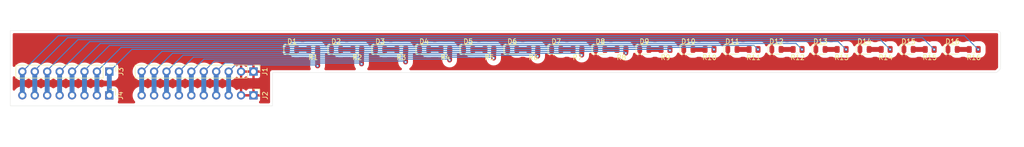
<source format=kicad_pcb>
(kicad_pcb (version 20240108) (generator "pcbnew") (generator_version "8.0")
  (layers (0 "F.Cu" signal) (31 "B.Cu" signal) (34 "B.Paste" user) (35 "F.Paste" user) (36 "B.SilkS" user "B.Silkscreen") (37 "F.SilkS" user "F.Silkscreen") (38 "B.Mask" user) (39 "F.Mask" user) (44 "Edge.Cuts" user))
  (net 0 "")
  (net 1 "Net-(D1-A)")
  (net 2 "Net-(D2-A)")
  (net 3 "Net-(D3-A)")
  (net 4 "Net-(D4-A)")
  (net 5 "Net-(D5-A)")
  (net 6 "Net-(D6-A)")
  (net 7 "Net-(D7-A)")
  (net 8 "Net-(D8-A)")
  (net 9 "Net-(D9-A)")
  (net 10 "Net-(D10-A)")
  (net 11 "Net-(D11-A)")
  (net 12 "Net-(D12-A)")
  (net 13 "Net-(D13-A)")
  (net 14 "Net-(D14-A)")
  (net 15 "Net-(D15-A)")
  (net 16 "Net-(D16-A)")
  (net 17 "Net-(J1-Pin_8)")
  (net 18 "Net-(J1-Pin_7)")
  (net 19 "Net-(J1-Pin_5)")
  (net 20 "Net-(J1-Pin_4)")
  (net 21 "Net-(J1-Pin_6)")
  (net 22 "Net-(J1-Pin_9)")
  (net 23 "Net-(J1-Pin_10)")
  (net 24 "Net-(J1-Pin_3)")
  (net 25 "Net-(J3-Pin_6)")
  (net 26 "Net-(J3-Pin_3)")
  (net 27 "Net-(J3-Pin_5)")
  (net 28 "Net-(J3-Pin_2)")
  (net 29 "Net-(J3-Pin_8)")
  (net 30 "Net-(J3-Pin_7)")
  (net 31 "Net-(J3-Pin_1)")
  (net 32 "Net-(J3-Pin_4)")
  (net 33 "/15V")
  (footprint "LED_SMD:LED_0805_2012Metric" (layer "F.Cu") (at 108.8 130.84)
    (property "Reference" "D4" (at 0 -1.65 0) (layer "F.SilkS"))
    (property "Value" "LED")
    (fp_line (start -1.685 -0.96) (end -1.685 0.96) (stroke (width 0.12)) (layer "F.SilkS"))
    (fp_line (start -1.685 0.96) (end 1 0.96) (stroke (width 0.12)) (layer "F.SilkS"))
    (fp_line (start 1 -0.96) (end -1.685 -0.96) (stroke (width 0.12)) (layer "F.SilkS"))
    (pad "1" smd roundrect (at -0.9375 0) (size 0.975 1.4) (layers "F.Cu" "F.Paste" "F.Mask") (net 33 "/15V"))
    (pad "2" smd roundrect (at 0.9375 0) (size 0.975 1.4) (layers "F.Cu" "F.Paste" "F.Mask") (net 4 "Net-(D4-A)"))
  )
  (footprint "LED_SMD:LED_0805_2012Metric" (layer "F.Cu") (at 216.8 130.84)
    (property "Reference" "D16" (at 0 -1.65 0) (layer "F.SilkS"))
    (property "Value" "LED")
    (fp_line (start -1.685 -0.96) (end -1.685 0.96) (stroke (width 0.12)) (layer "F.SilkS"))
    (fp_line (start -1.685 0.96) (end 1 0.96) (stroke (width 0.12)) (layer "F.SilkS"))
    (fp_line (start 1 -0.96) (end -1.685 -0.96) (stroke (width 0.12)) (layer "F.SilkS"))
    (pad "1" smd roundrect (at -0.9375 0) (size 0.975 1.4) (layers "F.Cu" "F.Paste" "F.Mask") (net 33 "/15V"))
    (pad "2" smd roundrect (at 0.9375 0) (size 0.975 1.4) (layers "F.Cu" "F.Paste" "F.Mask") (net 16 "Net-(D16-A)"))
  )
  (footprint "Resistor_SMD:R_0805_2012Metric" (layer "F.Cu") (at 221.118 130.84 180)
    (property "Reference" "R16" (at 0 -1.65 0) (layer "F.SilkS"))
    (property "Value" "1.3K")
    (fp_line (start -0.227064 0.735) (end 0.227064 0.735) (stroke (width 0.12)) (layer "F.SilkS"))
    (fp_line (start -0.227064 -0.735) (end 0.227064 -0.735) (stroke (width 0.12)) (layer "F.SilkS"))
    (pad "1" smd roundrect (at -0.9125 0 180) (size 1.025 1.4) (layers "F.Cu" "F.Paste" "F.Mask") (roundrect_rratio 0.243902) (net 29 "Net-(J3-Pin_8)"))
    (pad "2" smd roundrect (at 0.9125 0 180) (size 1.025 1.4) (layers "F.Cu" "F.Paste" "F.Mask") (roundrect_rratio 0.243902) (net 16 "Net-(D16-A)"))
  )
  (footprint "Resistor_SMD:R_0805_2012Metric" (layer "F.Cu") (at 86.118 130.84 180)
    (property "Reference" "R1" (at 0 -1.65 0) (layer "F.SilkS"))
    (property "Value" "1.3K")
    (fp_line (start -0.227064 0.735) (end 0.227064 0.735) (stroke (width 0.12)) (layer "F.SilkS"))
    (fp_line (start -0.227064 -0.735) (end 0.227064 -0.735) (stroke (width 0.12)) (layer "F.SilkS"))
    (pad "1" smd roundrect (at -0.9125 0 180) (size 1.025 1.4) (layers "F.Cu" "F.Paste" "F.Mask") (roundrect_rratio 0.243902) (net 24 "Net-(J1-Pin_3)"))
    (pad "2" smd roundrect (at 0.9125 0 180) (size 1.025 1.4) (layers "F.Cu" "F.Paste" "F.Mask") (roundrect_rratio 0.243902) (net 1 "Net-(D1-A)"))
  )
  (footprint "LED_SMD:LED_0805_2012Metric" (layer "F.Cu") (at 162.8 130.84)
    (property "Reference" "D10" (at 0 -1.65 0) (layer "F.SilkS"))
    (property "Value" "LED")
    (fp_line (start -1.685 -0.96) (end -1.685 0.96) (stroke (width 0.12)) (layer "F.SilkS"))
    (fp_line (start -1.685 0.96) (end 1 0.96) (stroke (width 0.12)) (layer "F.SilkS"))
    (fp_line (start 1 -0.96) (end -1.685 -0.96) (stroke (width 0.12)) (layer "F.SilkS"))
    (pad "1" smd roundrect (at -0.9375 0) (size 0.975 1.4) (layers "F.Cu" "F.Paste" "F.Mask") (net 33 "/15V"))
    (pad "2" smd roundrect (at 0.9375 0) (size 0.975 1.4) (layers "F.Cu" "F.Paste" "F.Mask") (net 10 "Net-(D10-A)"))
  )
  (footprint "LED_SMD:LED_0805_2012Metric" (layer "F.Cu") (at 189.8 130.84)
    (property "Reference" "D13" (at 0 -1.65 0) (layer "F.SilkS"))
    (property "Value" "LED")
    (fp_line (start -1.685 -0.96) (end -1.685 0.96) (stroke (width 0.12)) (layer "F.SilkS"))
    (fp_line (start -1.685 0.96) (end 1 0.96) (stroke (width 0.12)) (layer "F.SilkS"))
    (fp_line (start 1 -0.96) (end -1.685 -0.96) (stroke (width 0.12)) (layer "F.SilkS"))
    (pad "1" smd roundrect (at -0.9375 0) (size 0.975 1.4) (layers "F.Cu" "F.Paste" "F.Mask") (net 33 "/15V"))
    (pad "2" smd roundrect (at 0.9375 0) (size 0.975 1.4) (layers "F.Cu" "F.Paste" "F.Mask") (net 13 "Net-(D13-A)"))
  )
  (footprint "Resistor_SMD:R_0805_2012Metric" (layer "F.Cu") (at 212.118 130.84 180)
    (property "Reference" "R15" (at 0 -1.65 0) (layer "F.SilkS"))
    (property "Value" "1.3K")
    (fp_line (start -0.227064 0.735) (end 0.227064 0.735) (stroke (width 0.12)) (layer "F.SilkS"))
    (fp_line (start -0.227064 -0.735) (end 0.227064 -0.735) (stroke (width 0.12)) (layer "F.SilkS"))
    (pad "1" smd roundrect (at -0.9125 0 180) (size 1.025 1.4) (layers "F.Cu" "F.Paste" "F.Mask") (roundrect_rratio 0.243902) (net 30 "Net-(J3-Pin_7)"))
    (pad "2" smd roundrect (at 0.9125 0 180) (size 1.025 1.4) (layers "F.Cu" "F.Paste" "F.Mask") (roundrect_rratio 0.243902) (net 15 "Net-(D15-A)"))
  )
  (footprint "Resistor_SMD:R_0805_2012Metric" (layer "F.Cu") (at 122.118 130.84 180)
    (property "Reference" "R5" (at 0 -1.65 0) (layer "F.SilkS"))
    (property "Value" "1.3K")
    (fp_line (start -0.227064 0.735) (end 0.227064 0.735) (stroke (width 0.12)) (layer "F.SilkS"))
    (fp_line (start -0.227064 -0.735) (end 0.227064 -0.735) (stroke (width 0.12)) (layer "F.SilkS"))
    (pad "1" smd roundrect (at -0.9125 0 180) (size 1.025 1.4) (layers "F.Cu" "F.Paste" "F.Mask") (roundrect_rratio 0.243902) (net 18 "Net-(J1-Pin_7)"))
    (pad "2" smd roundrect (at 0.9125 0 180) (size 1.025 1.4) (layers "F.Cu" "F.Paste" "F.Mask") (roundrect_rratio 0.243902) (net 5 "Net-(D5-A)"))
  )
  (footprint "LED_SMD:LED_0805_2012Metric" (layer "F.Cu") (at 126.8 130.84)
    (property "Reference" "D6" (at 0 -1.65 0) (layer "F.SilkS"))
    (property "Value" "LED")
    (fp_line (start -1.685 -0.96) (end -1.685 0.96) (stroke (width 0.12)) (layer "F.SilkS"))
    (fp_line (start -1.685 0.96) (end 1 0.96) (stroke (width 0.12)) (layer "F.SilkS"))
    (fp_line (start 1 -0.96) (end -1.685 -0.96) (stroke (width 0.12)) (layer "F.SilkS"))
    (pad "1" smd roundrect (at -0.9375 0) (size 0.975 1.4) (layers "F.Cu" "F.Paste" "F.Mask") (net 33 "/15V"))
    (pad "2" smd roundrect (at 0.9375 0) (size 0.975 1.4) (layers "F.Cu" "F.Paste" "F.Mask") (net 6 "Net-(D6-A)"))
  )
  (footprint "LED_SMD:LED_0805_2012Metric" (layer "F.Cu") (at 198.8 130.84)
    (property "Reference" "D14" (at 0 -1.65 0) (layer "F.SilkS"))
    (property "Value" "LED")
    (fp_line (start -1.685 -0.96) (end -1.685 0.96) (stroke (width 0.12)) (layer "F.SilkS"))
    (fp_line (start -1.685 0.96) (end 1 0.96) (stroke (width 0.12)) (layer "F.SilkS"))
    (fp_line (start 1 -0.96) (end -1.685 -0.96) (stroke (width 0.12)) (layer "F.SilkS"))
    (pad "1" smd roundrect (at -0.9375 0) (size 0.975 1.4) (layers "F.Cu" "F.Paste" "F.Mask") (net 33 "/15V"))
    (pad "2" smd roundrect (at 0.9375 0) (size 0.975 1.4) (layers "F.Cu" "F.Paste" "F.Mask") (net 14 "Net-(D14-A)"))
  )
  (footprint "Resistor_SMD:R_0805_2012Metric" (layer "F.Cu") (at 158.118 130.84 180)
    (property "Reference" "R9" (at 0 -1.65 0) (layer "F.SilkS"))
    (property "Value" "1.3K")
    (fp_line (start -0.227064 0.735) (end 0.227064 0.735) (stroke (width 0.12)) (layer "F.SilkS"))
    (fp_line (start -0.227064 -0.735) (end 0.227064 -0.735) (stroke (width 0.12)) (layer "F.SilkS"))
    (pad "1" smd roundrect (at -0.9125 0 180) (size 1.025 1.4) (layers "F.Cu" "F.Paste" "F.Mask") (roundrect_rratio 0.243902) (net 31 "Net-(J3-Pin_1)"))
    (pad "2" smd roundrect (at 0.9125 0 180) (size 1.025 1.4) (layers "F.Cu" "F.Paste" "F.Mask") (roundrect_rratio 0.243902) (net 9 "Net-(D9-A)"))
  )
  (footprint "Resistor_SMD:R_0805_2012Metric" (layer "F.Cu") (at 95.118 130.84 180)
    (property "Reference" "R2" (at 0 -1.65 0) (layer "F.SilkS"))
    (property "Value" "1.3K")
    (fp_line (start -0.227064 0.735) (end 0.227064 0.735) (stroke (width 0.12)) (layer "F.SilkS"))
    (fp_line (start -0.227064 -0.735) (end 0.227064 -0.735) (stroke (width 0.12)) (layer "F.SilkS"))
    (pad "1" smd roundrect (at -0.9125 0 180) (size 1.025 1.4) (layers "F.Cu" "F.Paste" "F.Mask") (roundrect_rratio 0.243902) (net 20 "Net-(J1-Pin_4)"))
    (pad "2" smd roundrect (at 0.9125 0 180) (size 1.025 1.4) (layers "F.Cu" "F.Paste" "F.Mask") (roundrect_rratio 0.243902) (net 2 "Net-(D2-A)"))
  )
  (footprint "Connector_PinHeader_2.54mm:PinHeader_1x10_P2.54mm_Vertical" (layer "F.Cu") (at 73.914 135.382 -90)
    (property "Reference" "J1" (at 0 -2.33 90) (layer "F.SilkS"))
    (property "Value" "~" (hide yes))
    (fp_line (start -1.33 24.19) (end 1.33 24.19) (stroke (width 0.12)) (layer "F.SilkS"))
    (fp_line (start -1.33 1.27) (end -1.33 24.19) (stroke (width 0.12)) (layer "F.SilkS"))
    (fp_line (start -1.33 1.27) (end 1.33 1.27) (stroke (width 0.12)) (layer "F.SilkS"))
    (fp_line (start 1.33 1.27) (end 1.33 24.19) (stroke (width 0.12)) (layer "F.SilkS"))
    (fp_line (start -1.33 0) (end -1.33 -1.33) (stroke (width 0.12)) (layer "F.SilkS"))
    (fp_line (start -1.33 -1.33) (end 0 -1.33) (stroke (width 0.12)) (layer "F.SilkS"))
    (pad "1" thru_hole rect (at 0 0 270) (size 1.7 1.7) (drill 1) (layers "*.Cu" "*.Mask") (net 33 "/15V"))
    (pad "2" thru_hole oval (at 0 2.54 270) (size 1.7 1.7) (drill 1) (layers "*.Cu" "*.Mask") (net 33 "/15V"))
    (pad "3" thru_hole oval (at 0 5.08 270) (size 1.7 1.7) (drill 1) (layers "*.Cu" "*.Mask") (net 24 "Net-(J1-Pin_3)"))
    (pad "4" thru_hole oval (at 0 7.62 270) (size 1.7 1.7) (drill 1) (layers "*.Cu" "*.Mask") (net 20 "Net-(J1-Pin_4)"))
    (pad "5" thru_hole oval (at 0 10.16 270) (size 1.7 1.7) (drill 1) (layers "*.Cu" "*.Mask") (net 19 "Net-(J1-Pin_5)"))
    (pad "6" thru_hole oval (at 0 12.7 270) (size 1.7 1.7) (drill 1) (layers "*.Cu" "*.Mask") (net 21 "Net-(J1-Pin_6)"))
    (pad "7" thru_hole oval (at 0 15.24 270) (size 1.7 1.7) (drill 1) (layers "*.Cu" "*.Mask") (net 18 "Net-(J1-Pin_7)"))
    (pad "8" thru_hole oval (at 0 17.78 270) (size 1.7 1.7) (drill 1) (layers "*.Cu" "*.Mask") (net 17 "Net-(J1-Pin_8)"))
    (pad "9" thru_hole oval (at 0 20.32 270) (size 1.7 1.7) (drill 1) (layers "*.Cu" "*.Mask") (net 22 "Net-(J1-Pin_9)"))
    (pad "10" thru_hole oval (at 0 22.86 270) (size 1.7 1.7) (drill 1) (layers "*.Cu" "*.Mask") (net 23 "Net-(J1-Pin_10)"))
  )
  (footprint "LED_SMD:LED_0805_2012Metric" (layer "F.Cu") (at 153.8 130.84)
    (property "Reference" "D9" (at 0 -1.65 0) (layer "F.SilkS"))
    (property "Value" "LED")
    (fp_line (start -1.685 -0.96) (end -1.685 0.96) (stroke (width 0.12)) (layer "F.SilkS"))
    (fp_line (start -1.685 0.96) (end 1 0.96) (stroke (width 0.12)) (layer "F.SilkS"))
    (fp_line (start 1 -0.96) (end -1.685 -0.96) (stroke (width 0.12)) (layer "F.SilkS"))
    (pad "1" smd roundrect (at -0.9375 0) (size 0.975 1.4) (layers "F.Cu" "F.Paste" "F.Mask") (net 33 "/15V"))
    (pad "2" smd roundrect (at 0.9375 0) (size 0.975 1.4) (layers "F.Cu" "F.Paste" "F.Mask") (net 9 "Net-(D9-A)"))
  )
  (footprint "Resistor_SMD:R_0805_2012Metric" (layer "F.Cu") (at 185.118 130.84 180)
    (property "Reference" "R12" (at 0 -1.65 0) (layer "F.SilkS"))
    (property "Value" "1.3K")
    (fp_line (start -0.227064 0.735) (end 0.227064 0.735) (stroke (width 0.12)) (layer "F.SilkS"))
    (fp_line (start -0.227064 -0.735) (end 0.227064 -0.735) (stroke (width 0.12)) (layer "F.SilkS"))
    (pad "1" smd roundrect (at -0.9125 0 180) (size 1.025 1.4) (layers "F.Cu" "F.Paste" "F.Mask") (roundrect_rratio 0.243902) (net 32 "Net-(J3-Pin_4)"))
    (pad "2" smd roundrect (at 0.9125 0 180) (size 1.025 1.4) (layers "F.Cu" "F.Paste" "F.Mask") (roundrect_rratio 0.243902) (net 12 "Net-(D12-A)"))
  )
  (footprint "LED_SMD:LED_0805_2012Metric" (layer "F.Cu") (at 144.8 130.84)
    (property "Reference" "D8" (at 0 -1.65 0) (layer "F.SilkS"))
    (property "Value" "LED")
    (fp_line (start -1.685 -0.96) (end -1.685 0.96) (stroke (width 0.12)) (layer "F.SilkS"))
    (fp_line (start -1.685 0.96) (end 1 0.96) (stroke (width 0.12)) (layer "F.SilkS"))
    (fp_line (start 1 -0.96) (end -1.685 -0.96) (stroke (width 0.12)) (layer "F.SilkS"))
    (pad "1" smd roundrect (at -0.9375 0) (size 0.975 1.4) (layers "F.Cu" "F.Paste" "F.Mask") (net 33 "/15V"))
    (pad "2" smd roundrect (at 0.9375 0) (size 0.975 1.4) (layers "F.Cu" "F.Paste" "F.Mask") (net 8 "Net-(D8-A)"))
  )
  (footprint "LED_SMD:LED_0805_2012Metric" (layer "F.Cu") (at 171.8 130.84)
    (property "Reference" "D11" (at 0 -1.65 0) (layer "F.SilkS"))
    (property "Value" "LED")
    (fp_line (start -1.685 -0.96) (end -1.685 0.96) (stroke (width 0.12)) (layer "F.SilkS"))
    (fp_line (start -1.685 0.96) (end 1 0.96) (stroke (width 0.12)) (layer "F.SilkS"))
    (fp_line (start 1 -0.96) (end -1.685 -0.96) (stroke (width 0.12)) (layer "F.SilkS"))
    (pad "1" smd roundrect (at -0.9375 0) (size 0.975 1.4) (layers "F.Cu" "F.Paste" "F.Mask") (net 33 "/15V"))
    (pad "2" smd roundrect (at 0.9375 0) (size 0.975 1.4) (layers "F.Cu" "F.Paste" "F.Mask") (net 11 "Net-(D11-A)"))
  )
  (footprint "Resistor_SMD:R_0805_2012Metric" (layer "F.Cu") (at 131.118 130.84 180)
    (property "Reference" "R6" (at 0 -1.65 0) (layer "F.SilkS"))
    (property "Value" "1.3K")
    (fp_line (start -0.227064 0.735) (end 0.227064 0.735) (stroke (width 0.12)) (layer "F.SilkS"))
    (fp_line (start -0.227064 -0.735) (end 0.227064 -0.735) (stroke (width 0.12)) (layer "F.SilkS"))
    (pad "1" smd roundrect (at -0.9125 0 180) (size 1.025 1.4) (layers "F.Cu" "F.Paste" "F.Mask") (roundrect_rratio 0.243902) (net 17 "Net-(J1-Pin_8)"))
    (pad "2" smd roundrect (at 0.9125 0 180) (size 1.025 1.4) (layers "F.Cu" "F.Paste" "F.Mask") (roundrect_rratio 0.243902) (net 6 "Net-(D6-A)"))
  )
  (footprint "LED_SMD:LED_0805_2012Metric" (layer "F.Cu") (at 180.8 130.84)
    (property "Reference" "D12" (at 0 -1.65 0) (layer "F.SilkS"))
    (property "Value" "LED")
    (fp_line (start -1.685 -0.96) (end -1.685 0.96) (stroke (width 0.12)) (layer "F.SilkS"))
    (fp_line (start -1.685 0.96) (end 1 0.96) (stroke (width 0.12)) (layer "F.SilkS"))
    (fp_line (start 1 -0.96) (end -1.685 -0.96) (stroke (width 0.12)) (layer "F.SilkS"))
    (pad "1" smd roundrect (at -0.9375 0) (size 0.975 1.4) (layers "F.Cu" "F.Paste" "F.Mask") (net 33 "/15V"))
    (pad "2" smd roundrect (at 0.9375 0) (size 0.975 1.4) (layers "F.Cu" "F.Paste" "F.Mask") (net 12 "Net-(D12-A)"))
  )
  (footprint "Resistor_SMD:R_0805_2012Metric" (layer "F.Cu") (at 113.118 130.84 180)
    (property "Reference" "R4" (at 0 -1.65 0) (layer "F.SilkS"))
    (property "Value" "1.3K")
    (fp_line (start -0.227064 0.735) (end 0.227064 0.735) (stroke (width 0.12)) (layer "F.SilkS"))
    (fp_line (start -0.227064 -0.735) (end 0.227064 -0.735) (stroke (width 0.12)) (layer "F.SilkS"))
    (pad "1" smd roundrect (at -0.9125 0 180) (size 1.025 1.4) (layers "F.Cu" "F.Paste" "F.Mask") (roundrect_rratio 0.243902) (net 21 "Net-(J1-Pin_6)"))
    (pad "2" smd roundrect (at 0.9125 0 180) (size 1.025 1.4) (layers "F.Cu" "F.Paste" "F.Mask") (roundrect_rratio 0.243902) (net 4 "Net-(D4-A)"))
  )
  (footprint "LED_SMD:LED_0805_2012Metric" (layer "F.Cu") (at 135.8 130.84)
    (property "Reference" "D7" (at 0 -1.65 0) (layer "F.SilkS"))
    (property "Value" "LED")
    (fp_line (start -1.685 -0.96) (end -1.685 0.96) (stroke (width 0.12)) (layer "F.SilkS"))
    (fp_line (start -1.685 0.96) (end 1 0.96) (stroke (width 0.12)) (layer "F.SilkS"))
    (fp_line (start 1 -0.96) (end -1.685 -0.96) (stroke (width 0.12)) (layer "F.SilkS"))
    (pad "1" smd roundrect (at -0.9375 0) (size 0.975 1.4) (layers "F.Cu" "F.Paste" "F.Mask") (net 33 "/15V"))
    (pad "2" smd roundrect (at 0.9375 0) (size 0.975 1.4) (layers "F.Cu" "F.Paste" "F.Mask") (net 7 "Net-(D7-A)"))
  )
  (footprint "Resistor_SMD:R_0805_2012Metric" (layer "F.Cu") (at 203.118 130.84 180)
    (property "Reference" "R14" (at 0 -1.65 0) (layer "F.SilkS"))
    (property "Value" "1.3K")
    (fp_line (start -0.227064 0.735) (end 0.227064 0.735) (stroke (width 0.12)) (layer "F.SilkS"))
    (fp_line (start -0.227064 -0.735) (end 0.227064 -0.735) (stroke (width 0.12)) (layer "F.SilkS"))
    (pad "1" smd roundrect (at -0.9125 0 180) (size 1.025 1.4) (layers "F.Cu" "F.Paste" "F.Mask") (roundrect_rratio 0.243902) (net 25 "Net-(J3-Pin_6)"))
    (pad "2" smd roundrect (at 0.9125 0 180) (size 1.025 1.4) (layers "F.Cu" "F.Paste" "F.Mask") (roundrect_rratio 0.243902) (net 14 "Net-(D14-A)"))
  )
  (footprint "Resistor_SMD:R_0805_2012Metric" (layer "F.Cu") (at 104.118 130.84 180)
    (property "Reference" "R3" (at 0 -1.65 0) (layer "F.SilkS"))
    (property "Value" "1.3K")
    (fp_line (start -0.227064 0.735) (end 0.227064 0.735) (stroke (width 0.12)) (layer "F.SilkS"))
    (fp_line (start -0.227064 -0.735) (end 0.227064 -0.735) (stroke (width 0.12)) (layer "F.SilkS"))
    (pad "1" smd roundrect (at -0.9125 0 180) (size 1.025 1.4) (layers "F.Cu" "F.Paste" "F.Mask") (roundrect_rratio 0.243902) (net 19 "Net-(J1-Pin_5)"))
    (pad "2" smd roundrect (at 0.9125 0 180) (size 1.025 1.4) (layers "F.Cu" "F.Paste" "F.Mask") (roundrect_rratio 0.243902) (net 3 "Net-(D3-A)"))
  )
  (footprint "LED_SMD:LED_0805_2012Metric" (layer "F.Cu") (at 99.8 130.84)
    (property "Reference" "D3" (at 0 -1.65 0) (layer "F.SilkS"))
    (property "Value" "LED")
    (fp_line (start -1.685 -0.96) (end -1.685 0.96) (stroke (width 0.12)) (layer "F.SilkS"))
    (fp_line (start -1.685 0.96) (end 1 0.96) (stroke (width 0.12)) (layer "F.SilkS"))
    (fp_line (start 1 -0.96) (end -1.685 -0.96) (stroke (width 0.12)) (layer "F.SilkS"))
    (pad "1" smd roundrect (at -0.9375 0) (size 0.975 1.4) (layers "F.Cu" "F.Paste" "F.Mask") (net 33 "/15V"))
    (pad "2" smd roundrect (at 0.9375 0) (size 0.975 1.4) (layers "F.Cu" "F.Paste" "F.Mask") (net 3 "Net-(D3-A)"))
  )
  (footprint "Connector_PinHeader_2.54mm:PinHeader_1x10_P2.54mm_Horizontal" (layer "F.Cu") (at 73.910263 140.248655 -90)
    (property "Reference" "J2" (at 0.051345 -2.389737 -90) (layer "F.SilkS"))
    (property "Value" "~")
    (fp_line (start -1.27 0) (end -1.27 -1.27) (stroke (width 0.12)) (layer "F.SilkS"))
    (fp_line (start -1.27 -1.27) (end 0 -1.27) (stroke (width 0.12)) (layer "F.SilkS"))
    (pad "1" thru_hole rect (at 0 0 270) (size 1.7 1.7) (drill 1) (layers "*.Cu" "*.Mask") (net 33 "/15V"))
    (pad "2" thru_hole oval (at 0 2.54 270) (size 1.7 1.7) (drill 1) (layers "*.Cu" "*.Mask") (net 33 "/15V"))
    (pad "3" thru_hole oval (at 0 5.08 270) (size 1.7 1.7) (drill 1) (layers "*.Cu" "*.Mask") (net 24 "Net-(J1-Pin_3)"))
    (pad "4" thru_hole oval (at 0 7.62 270) (size 1.7 1.7) (drill 1) (layers "*.Cu" "*.Mask") (net 20 "Net-(J1-Pin_4)"))
    (pad "5" thru_hole oval (at 0 10.16 270) (size 1.7 1.7) (drill 1) (layers "*.Cu" "*.Mask") (net 19 "Net-(J1-Pin_5)"))
    (pad "6" thru_hole oval (at 0 12.7 270) (size 1.7 1.7) (drill 1) (layers "*.Cu" "*.Mask") (net 21 "Net-(J1-Pin_6)"))
    (pad "7" thru_hole oval (at 0 15.24 270) (size 1.7 1.7) (drill 1) (layers "*.Cu" "*.Mask") (net 18 "Net-(J1-Pin_7)"))
    (pad "8" thru_hole oval (at 0 17.78 270) (size 1.7 1.7) (drill 1) (layers "*.Cu" "*.Mask") (net 17 "Net-(J1-Pin_8)"))
    (pad "9" thru_hole oval (at 0 20.32 270) (size 1.7 1.7) (drill 1) (layers "*.Cu" "*.Mask") (net 22 "Net-(J1-Pin_9)"))
    (pad "10" thru_hole oval (at 0 22.86 270) (size 1.7 1.7) (drill 1) (layers "*.Cu" "*.Mask") (net 23 "Net-(J1-Pin_10)"))
  )
  (footprint "Resistor_SMD:R_0805_2012Metric" (layer "F.Cu") (at 194.118 130.84 180)
    (property "Reference" "R13" (at 0 -1.65 0) (layer "F.SilkS"))
    (property "Value" "1.3K")
    (fp_line (start -0.227064 0.735) (end 0.227064 0.735) (stroke (width 0.12)) (layer "F.SilkS"))
    (fp_line (start -0.227064 -0.735) (end 0.227064 -0.735) (stroke (width 0.12)) (layer "F.SilkS"))
    (pad "1" smd roundrect (at -0.9125 0 180) (size 1.025 1.4) (layers "F.Cu" "F.Paste" "F.Mask") (roundrect_rratio 0.243902) (net 27 "Net-(J3-Pin_5)"))
    (pad "2" smd roundrect (at 0.9125 0 180) (size 1.025 1.4) (layers "F.Cu" "F.Paste" "F.Mask") (roundrect_rratio 0.243902) (net 13 "Net-(D13-A)"))
  )
  (footprint "LED_SMD:LED_0805_2012Metric" (layer "F.Cu") (at 90.8 130.84)
    (property "Reference" "D2" (at 0 -1.65 0) (layer "F.SilkS"))
    (property "Value" "LED")
    (fp_line (start -1.685 -0.96) (end -1.685 0.96) (stroke (width 0.12)) (layer "F.SilkS"))
    (fp_line (start -1.685 0.96) (end 1 0.96) (stroke (width 0.12)) (layer "F.SilkS"))
    (fp_line (start 1 -0.96) (end -1.685 -0.96) (stroke (width 0.12)) (layer "F.SilkS"))
    (pad "1" smd roundrect (at -0.9375 0) (size 0.975 1.4) (layers "F.Cu" "F.Paste" "F.Mask") (net 33 "/15V"))
    (pad "2" smd roundrect (at 0.9375 0) (size 0.975 1.4) (layers "F.Cu" "F.Paste" "F.Mask") (net 2 "Net-(D2-A)"))
  )
  (footprint "LED_SMD:LED_0805_2012Metric" (layer "F.Cu") (at 117.8 130.84)
    (property "Reference" "D5" (at 0 -1.65 0) (layer "F.SilkS"))
    (property "Value" "LED")
    (fp_line (start -1.685 -0.96) (end -1.685 0.96) (stroke (width 0.12)) (layer "F.SilkS"))
    (fp_line (start -1.685 0.96) (end 1 0.96) (stroke (width 0.12)) (layer "F.SilkS"))
    (fp_line (start 1 -0.96) (end -1.685 -0.96) (stroke (width 0.12)) (layer "F.SilkS"))
    (pad "1" smd roundrect (at -0.9375 0) (size 0.975 1.4) (layers "F.Cu" "F.Paste" "F.Mask") (net 33 "/15V"))
    (pad "2" smd roundrect (at 0.9375 0) (size 0.975 1.4) (layers "F.Cu" "F.Paste" "F.Mask") (net 5 "Net-(D5-A)"))
  )
  (footprint "LED_SMD:LED_0805_2012Metric" (layer "F.Cu") (at 207.8 130.84)
    (property "Reference" "D15" (at 0 -1.65 0) (layer "F.SilkS"))
    (property "Value" "LED")
    (fp_line (start -1.685 -0.96) (end -1.685 0.96) (stroke (width 0.12)) (layer "F.SilkS"))
    (fp_line (start -1.685 0.96) (end 1 0.96) (stroke (width 0.12)) (layer "F.SilkS"))
    (fp_line (start 1 -0.96) (end -1.685 -0.96) (stroke (width 0.12)) (layer "F.SilkS"))
    (pad "1" smd roundrect (at -0.9375 0) (size 0.975 1.4) (layers "F.Cu" "F.Paste" "F.Mask") (net 33 "/15V"))
    (pad "2" smd roundrect (at 0.9375 0) (size 0.975 1.4) (layers "F.Cu" "F.Paste" "F.Mask") (net 15 "Net-(D15-A)"))
  )
  (footprint "Connector_PinHeader_2.54mm:PinHeader_1x08_P2.54mm_Vertical" (layer "F.Cu") (at 44.45 135.382 -90)
    (property "Reference" "J3" (at 0 -2.33 90) (layer "F.SilkS"))
    (property "Value" "~" (hide yes))
    (fp_line (start -1.33 19.11) (end 1.33 19.11) (stroke (width 0.12)) (layer "F.SilkS"))
    (fp_line (start -1.33 1.27) (end -1.33 19.11) (stroke (width 0.12)) (layer "F.SilkS"))
    (fp_line (start -1.33 1.27) (end 1.33 1.27) (stroke (width 0.12)) (layer "F.SilkS"))
    (fp_line (start 1.33 1.27) (end 1.33 19.11) (stroke (width 0.12)) (layer "F.SilkS"))
    (fp_line (start -1.33 0) (end -1.33 -1.33) (stroke (width 0.12)) (layer "F.SilkS"))
    (fp_line (start -1.33 -1.33) (end 0 -1.33) (stroke (width 0.12)) (layer "F.SilkS"))
    (pad "1" thru_hole rect (at 0 0 270) (size 1.7 1.7) (drill 1) (layers "*.Cu" "*.Mask") (net 31 "Net-(J3-Pin_1)"))
    (pad "2" thru_hole oval (at 0 2.54 270) (size 1.7 1.7) (drill 1) (layers "*.Cu" "*.Mask") (net 28 "Net-(J3-Pin_2)"))
    (pad "3" thru_hole oval (at 0 5.08 270) (size 1.7 1.7) (drill 1) (layers "*.Cu" "*.Mask") (net 26 "Net-(J3-Pin_3)"))
    (pad "4" thru_hole oval (at 0 7.62 270) (size 1.7 1.7) (drill 1) (layers "*.Cu" "*.Mask") (net 32 "Net-(J3-Pin_4)"))
    (pad "5" thru_hole oval (at 0 10.16 270) (size 1.7 1.7) (drill 1) (layers "*.Cu" "*.Mask") (net 27 "Net-(J3-Pin_5)"))
    (pad "6" thru_hole oval (at 0 12.7 270) (size 1.7 1.7) (drill 1) (layers "*.Cu" "*.Mask") (net 25 "Net-(J3-Pin_6)"))
    (pad "7" thru_hole oval (at 0 15.24 270) (size 1.7 1.7) (drill 1) (layers "*.Cu" "*.Mask") (net 30 "Net-(J3-Pin_7)"))
    (pad "8" thru_hole oval (at 0 17.78 270) (size 1.7 1.7) (drill 1) (layers "*.Cu" "*.Mask") (net 29 "Net-(J3-Pin_8)"))
  )
  (footprint "Resistor_SMD:R_0805_2012Metric" (layer "F.Cu") (at 140.118 130.84 180)
    (property "Reference" "R7" (at 0 -1.65 0) (layer "F.SilkS"))
    (property "Value" "1.3K")
    (fp_line (start -0.227064 0.735) (end 0.227064 0.735) (stroke (width 0.12)) (layer "F.SilkS"))
    (fp_line (start -0.227064 -0.735) (end 0.227064 -0.735) (stroke (width 0.12)) (layer "F.SilkS"))
    (pad "1" smd roundrect (at -0.9125 0 180) (size 1.025 1.4) (layers "F.Cu" "F.Paste" "F.Mask") (roundrect_rratio 0.243902) (net 22 "Net-(J1-Pin_9)"))
    (pad "2" smd roundrect (at 0.9125 0 180) (size 1.025 1.4) (layers "F.Cu" "F.Paste" "F.Mask") (roundrect_rratio 0.243902) (net 7 "Net-(D7-A)"))
  )
  (footprint "Connector_PinHeader_2.54mm:PinHeader_1x08_P2.54mm_Horizontal" (layer "F.Cu") (at 44.446263 140.248655 -90)
    (property "Reference" "J4" (at 0.051345 -2.27 -90) (layer "F.SilkS"))
    (property "Value" "~")
    (fp_line (start -1.27 0) (end -1.27 -1.27) (stroke (width 0.12)) (layer "F.SilkS"))
    (fp_line (start -1.27 -1.27) (end 0 -1.27) (stroke (width 0.12)) (layer "F.SilkS"))
    (pad "1" thru_hole rect (at 0 0 270) (size 1.7 1.7) (drill 1) (layers "*.Cu" "*.Mask") (net 31 "Net-(J3-Pin_1)"))
    (pad "2" thru_hole oval (at 0 2.54 270) (size 1.7 1.7) (drill 1) (layers "*.Cu" "*.Mask") (net 28 "Net-(J3-Pin_2)"))
    (pad "3" thru_hole oval (at 0 5.08 270) (size 1.7 1.7) (drill 1) (layers "*.Cu" "*.Mask") (net 26 "Net-(J3-Pin_3)"))
    (pad "4" thru_hole oval (at 0 7.62 270) (size 1.7 1.7) (drill 1) (layers "*.Cu" "*.Mask") (net 32 "Net-(J3-Pin_4)"))
    (pad "5" thru_hole oval (at 0 10.16 270) (size 1.7 1.7) (drill 1) (layers "*.Cu" "*.Mask") (net 27 "Net-(J3-Pin_5)"))
    (pad "6" thru_hole oval (at 0 12.7 270) (size 1.7 1.7) (drill 1) (layers "*.Cu" "*.Mask") (net 25 "Net-(J3-Pin_6)"))
    (pad "7" thru_hole oval (at 0 15.24 270) (size 1.7 1.7) (drill 1) (layers "*.Cu" "*.Mask") (net 30 "Net-(J3-Pin_7)"))
    (pad "8" thru_hole oval (at 0 17.78 270) (size 1.7 1.7) (drill 1) (layers "*.Cu" "*.Mask") (net 29 "Net-(J3-Pin_8)"))
  )
  (footprint "Resistor_SMD:R_0805_2012Metric" (layer "F.Cu") (at 176.118 130.84 180)
    (property "Reference" "R11" (at 0 -1.65 0) (layer "F.SilkS"))
    (property "Value" "1.3K")
    (fp_line (start -0.227064 0.735) (end 0.227064 0.735) (stroke (width 0.12)) (layer "F.SilkS"))
    (fp_line (start -0.227064 -0.735) (end 0.227064 -0.735) (stroke (width 0.12)) (layer "F.SilkS"))
    (pad "1" smd roundrect (at -0.9125 0 180) (size 1.025 1.4) (layers "F.Cu" "F.Paste" "F.Mask") (roundrect_rratio 0.243902) (net 26 "Net-(J3-Pin_3)"))
    (pad "2" smd roundrect (at 0.9125 0 180) (size 1.025 1.4) (layers "F.Cu" "F.Paste" "F.Mask") (roundrect_rratio 0.243902) (net 11 "Net-(D11-A)"))
  )
  (footprint "Resistor_SMD:R_0805_2012Metric" (layer "F.Cu") (at 167.118 130.84 180)
    (property "Reference" "R10" (at 0 -1.65 0) (layer "F.SilkS"))
    (property "Value" "1.3K")
    (fp_line (start -0.227064 0.735) (end 0.227064 0.735) (stroke (width 0.12)) (layer "F.SilkS"))
    (fp_line (start -0.227064 -0.735) (end 0.227064 -0.735) (stroke (width 0.12)) (layer "F.SilkS"))
    (pad "1" smd roundrect (at -0.9125 0 180) (size 1.025 1.4) (layers "F.Cu" "F.Paste" "F.Mask") (roundrect_rratio 0.243902) (net 28 "Net-(J3-Pin_2)"))
    (pad "2" smd roundrect (at 0.9125 0 180) (size 1.025 1.4) (layers "F.Cu" "F.Paste" "F.Mask") (roundrect_rratio 0.243902) (net 10 "Net-(D10-A)"))
  )
  (footprint "LED_SMD:LED_0805_2012Metric" (layer "F.Cu") (at 81.8 130.84)
    (property "Reference" "D1" (at 0 -1.65 0) (layer "F.SilkS"))
    (property "Value" "LED")
    (fp_line (start -1.685 -0.96) (end -1.685 0.96) (stroke (width 0.12)) (layer "F.SilkS"))
    (fp_line (start -1.685 0.96) (end 1 0.96) (stroke (width 0.12)) (layer "F.SilkS"))
    (fp_line (start 1 -0.96) (end -1.685 -0.96) (stroke (width 0.12)) (layer "F.SilkS"))
    (pad "1" smd roundrect (at -0.9375 0) (size 0.975 1.4) (layers "F.Cu" "F.Paste" "F.Mask") (net 33 "/15V"))
    (pad "2" smd roundrect (at 0.9375 0) (size 0.975 1.4) (layers "F.Cu" "F.Paste" "F.Mask") (net 1 "Net-(D1-A)"))
  )
  (footprint "Resistor_SMD:R_0805_2012Metric" (layer "F.Cu") (at 149.118 130.84 180)
    (property "Reference" "R8" (at 0 -1.65 0) (layer "F.SilkS"))
    (property "Value" "1.3K")
    (fp_line (start -0.227064 0.735) (end 0.227064 0.735) (stroke (width 0.12)) (layer "F.SilkS"))
    (fp_line (start -0.227064 -0.735) (end 0.227064 -0.735) (stroke (width 0.12)) (layer "F.SilkS"))
    (pad "1" smd roundrect (at -0.9125 0 180) (size 1.025 1.4) (layers "F.Cu" "F.Paste" "F.Mask") (roundrect_rratio 0.243902) (net 23 "Net-(J1-Pin_10)"))
    (pad "2" smd roundrect (at 0.9125 0 180) (size 1.025 1.4) (layers "F.Cu" "F.Paste" "F.Mask") (roundrect_rratio 0.243902) (net 8 "Net-(D8-A)"))
  )
  (gr_poly (pts (xy 24.2 142.4) (xy 77.8 142.4) (xy 77.8 135.6) (xy 225.8 135.6) (xy 226.6 134.8) (xy 226.6 127.4) (xy 226.2 127) (xy 24.2 127)) (stroke (width 0.05)) (fill none) (layer "Edge.Cuts"))
  (segment (start 82.7375 130.84) (end 85.2055 130.84) (width 1) (layer "F.Cu") (net 1))
  (segment (start 91.7375 130.84) (end 94.2055 130.84) (width 1) (layer "F.Cu") (net 2))
  (segment (start 100.7375 130.84) (end 103.2055 130.84) (width 1) (layer "F.Cu") (net 3))
  (segment (start 109.7375 130.84) (end 112.2055 130.84) (width 1) (layer "F.Cu") (net 4))
  (segment (start 118.7375 130.84) (end 121.2055 130.84) (width 1) (layer "F.Cu") (net 5))
  (segment (start 127.7375 130.84) (end 130.2055 130.84) (width 1) (layer "F.Cu") (net 6))
  (segment (start 136.7375 130.84) (end 139.2055 130.84) (width 1) (layer "F.Cu") (net 7))
  (segment (start 145.7375 130.84) (end 148.2055 130.84) (width 1) (layer "F.Cu") (net 8))
  (segment (start 154.7375 130.84) (end 157.2055 130.84) (width 1) (layer "F.Cu") (net 9))
  (segment (start 163.7375 130.84) (end 166.2055 130.84) (width 1) (layer "F.Cu") (net 10))
  (segment (start 172.7375 130.84) (end 175.2055 130.84) (width 1) (layer "F.Cu") (net 11))
  (segment (start 181.7375 130.84) (end 184.2055 130.84) (width 1) (layer "F.Cu") (net 12))
  (segment (start 190.7375 130.84) (end 193.2055 130.84) (width 1) (layer "F.Cu") (net 13))
  (segment (start 199.7375 130.84) (end 202.2055 130.84) (width 1) (layer "F.Cu") (net 14))
  (segment (start 208.7375 130.84) (end 211.2055 130.84) (width 1) (layer "F.Cu") (net 15))
  (segment (start 217.7375 130.84) (end 220.2055 130.84) (width 1) (layer "F.Cu") (net 16))
  (segment (start 132 132.216) (end 132 130.8705) (width 1) (layer "F.Cu") (net 17))
  (segment (start 132 130.8705) (end 132.0305 130.84) (width 1) (layer "F.Cu") (net 17))
  (via (at 132 132.216) (size 0.6) (drill 0.3) (layers "F.Cu" "B.Cu") (net 17))
  (segment (start 59.5 132.016) (end 56.134 135.382) (width 0.2) (layer "B.Cu") (net 17))
  (segment (start 132 132.216) (end 131.8 132.016) (width 0.2) (layer "B.Cu") (net 17))
  (segment (start 56.130264 135.382) (end 56.130264 140.244918) (width 1) (layer "B.Cu") (net 17))
  (segment (start 56.130264 140.244918) (end 56.134001 140.248655) (width 1) (layer "B.Cu") (net 17))
  (segment (start 131.8 132.016) (end 59.5 132.016) (width 0.2) (layer "B.Cu") (net 17))
  (segment (start 123 130.8705) (end 123.0305 130.84) (width 1) (layer "F.Cu") (net 18))
  (segment (start 123 132.616) (end 123 130.8705) (width 1) (layer "F.Cu") (net 18))
  (via (at 123 132.616) (size 0.6) (drill 0.3) (layers "F.Cu" "B.Cu") (net 18))
  (segment (start 61.64 132.416) (end 58.674 135.382) (width 0.2) (layer "B.Cu") (net 18))
  (segment (start 122.8 132.416) (end 61.64 132.416) (width 0.2) (layer "B.Cu") (net 18))
  (segment (start 123 132.616) (end 122.8 132.416) (width 0.2) (layer "B.Cu") (net 18))
  (segment (start 58.670264 140.244918) (end 58.674001 140.248655) (width 1) (layer "B.Cu") (net 18))
  (segment (start 58.670264 135.382) (end 58.670264 140.244918) (width 1) (layer "B.Cu") (net 18))
  (segment (start 105 130.8705) (end 105.0305 130.84) (width 1) (layer "F.Cu") (net 19))
  (segment (start 105 133.416) (end 105 130.8705) (width 1) (layer "F.Cu") (net 19))
  (via (at 105 133.416) (size 0.6) (drill 0.3) (layers "F.Cu" "B.Cu") (net 19))
  (segment (start 65.92 133.216) (end 63.754 135.382) (width 0.2) (layer "B.Cu") (net 19))
  (segment (start 104.8 133.216) (end 65.92 133.216) (width 0.2) (layer "B.Cu") (net 19))
  (segment (start 105 133.416) (end 104.8 133.216) (width 0.2) (layer "B.Cu") (net 19))
  (segment (start 63.750264 135.382) (end 63.750264 140.244918) (width 1) (layer "B.Cu") (net 19))
  (segment (start 63.750264 140.244918) (end 63.754001 140.248655) (width 1) (layer "B.Cu") (net 19))
  (segment (start 96 133.816) (end 96 130.8705) (width 1) (layer "F.Cu") (net 20))
  (segment (start 96 130.8705) (end 96.0305 130.84) (width 1) (layer "F.Cu") (net 20))
  (via (at 96 133.816) (size 0.6) (drill 0.3) (layers "F.Cu" "B.Cu") (net 20))
  (segment (start 66.290264 135.382) (end 66.290264 140.244918) (width 1) (layer "B.Cu") (net 20))
  (segment (start 68.06 133.616) (end 66.294 135.382) (width 0.2) (layer "B.Cu") (net 20))
  (segment (start 96 133.816) (end 95.8 133.616) (width 0.2) (layer "B.Cu") (net 20))
  (segment (start 66.290264 140.244918) (end 66.294001 140.248655) (width 1) (layer "B.Cu") (net 20))
  (segment (start 95.8 133.616) (end 68.06 133.616) (width 0.2) (layer "B.Cu") (net 20))
  (segment (start 114 130.8705) (end 114.0305 130.84) (width 1) (layer "F.Cu") (net 21))
  (segment (start 114 133.016) (end 114 130.8705) (width 1) (layer "F.Cu") (net 21))
  (via (at 114 133.016) (size 0.6) (drill 0.3) (layers "F.Cu" "B.Cu") (net 21))
  (segment (start 61.210264 140.244918) (end 61.214001 140.248655) (width 1) (layer "B.Cu") (net 21))
  (segment (start 61.210264 135.382) (end 61.210264 140.244918) (width 1) (layer "B.Cu") (net 21))
  (segment (start 63.78 132.816) (end 61.214 135.382) (width 0.2) (layer "B.Cu") (net 21))
  (segment (start 114 133.016) (end 113.8 132.816) (width 0.2) (layer "B.Cu") (net 21))
  (segment (start 113.8 132.816) (end 63.78 132.816) (width 0.2) (layer "B.Cu") (net 21))
  (segment (start 141 132) (end 141 130.8705) (width 1) (layer "F.Cu") (net 22))
  (segment (start 141 130.8705) (end 141.0305 130.84) (width 1) (layer "F.Cu") (net 22))
  (via (at 141 132) (size 0.6) (drill 0.3) (layers "F.Cu" "B.Cu") (net 22))
  (segment (start 141 132) (end 140.616 131.616) (width 0.2) (layer "B.Cu") (net 22))
  (segment (start 53.590264 135.382) (end 53.590264 140.244918) (width 1) (layer "B.Cu") (net 22))
  (segment (start 140.616 131.616) (end 57.36 131.616) (width 0.2) (layer "B.Cu") (net 22))
  (segment (start 57.36 131.616) (end 53.594 135.382) (width 0.2) (layer "B.Cu") (net 22))
  (segment (start 53.590264 140.244918) (end 53.594001 140.248655) (width 1) (layer "B.Cu") (net 22))
  (segment (start 150 131.6) (end 150 130.8705) (width 1) (layer "F.Cu") (net 23))
  (segment (start 150 130.8705) (end 150.0305 130.84) (width 1) (layer "F.Cu") (net 23))
  (via (at 150 131.6) (size 0.6) (drill 0.3) (layers "F.Cu" "B.Cu") (net 23))
  (segment (start 51.050264 140.244918) (end 51.054001 140.248655) (width 1) (layer "B.Cu") (net 23))
  (segment (start 150 131.6) (end 149.616 131.216) (width 0.2) (layer "B.Cu") (net 23))
  (segment (start 55.22 131.216) (end 51.054 135.382) (width 0.2) (layer "B.Cu") (net 23))
  (segment (start 51.050264 135.382) (end 51.050264 140.244918) (width 1) (layer "B.Cu") (net 23))
  (segment (start 149.616 131.216) (end 55.22 131.216) (width 0.2) (layer "B.Cu") (net 23))
  (segment (start 87.0305 130.84) (end 87.0305 134.1855) (width 1) (layer "F.Cu") (net 24))
  (segment (start 87.0305 134.1855) (end 87 134.216) (width 1) (layer "F.Cu") (net 24))
  (via (at 87 134.216) (size 0.6) (drill 0.3) (layers "F.Cu" "B.Cu") (net 24))
  (segment (start 68.830264 135.382) (end 68.830264 140.244918) (width 1) (layer "B.Cu") (net 24))
  (segment (start 87 134.216) (end 86.8 134.016) (width 0.2) (layer "B.Cu") (net 24))
  (segment (start 86.8 134.016) (end 70.2 134.016) (width 0.2) (layer "B.Cu") (net 24))
  (segment (start 68.830264 140.244918) (end 68.834001 140.248655) (width 1) (layer "B.Cu") (net 24))
  (segment (start 70.2 134.016) (end 68.834 135.382) (width 0.2) (layer "B.Cu") (net 24))
  (via (at 204.0305 130.84) (size 0.6) (drill 0.3) (layers "F.Cu" "B.Cu") (net 25))
  (segment (start 204.0305 130.84) (end 202.0065 128.816) (width 0.2) (layer "B.Cu") (net 25))
  (segment (start 31.746264 135.382) (end 31.746264 140.244918) (width 1) (layer "B.Cu") (net 25))
  (segment (start 31.75 135.128) (end 31.75 135.382) (width 0.2) (layer "B.Cu") (net 25))
  (segment (start 38.062 128.816) (end 31.75 135.128) (width 0.2) (layer "B.Cu") (net 25))
  (segment (start 202.0065 128.816) (end 38.062 128.816) (width 0.2) (layer "B.Cu") (net 25))
  (segment (start 31.746264 140.244918) (end 31.750001 140.248655) (width 1) (layer "B.Cu") (net 25))
  (via (at 177.0305 130.84) (size 0.6) (drill 0.3) (layers "F.Cu" "B.Cu") (net 26))
  (segment (start 177.0305 130.84) (end 176.2065 130.016) (width 0.2) (layer "B.Cu") (net 26))
  (segment (start 39.37 135.128) (end 39.37 135.382) (width 0.2) (layer "B.Cu") (net 26))
  (segment (start 39.366264 135.382) (end 39.366264 140.244918) (width 1) (layer "B.Cu") (net 26))
  (segment (start 39.366264 140.244918) (end 39.370001 140.248655) (width 1) (layer "B.Cu") (net 26))
  (segment (start 44.482 130.016) (end 39.37 135.128) (width 0.2) (layer "B.Cu") (net 26))
  (segment (start 176.2065 130.016) (end 44.482 130.016) (width 0.2) (layer "B.Cu") (net 26))
  (via (at 195.0305 130.84) (size 0.6) (drill 0.3) (layers "F.Cu" "B.Cu") (net 27))
  (segment (start 40.456 129.216) (end 34.29 135.382) (width 0.2) (layer "B.Cu") (net 27))
  (segment (start 34.286264 140.244918) (end 34.290001 140.248655) (width 1) (layer "B.Cu") (net 27))
  (segment (start 193.4065 129.216) (end 40.456 129.216) (width 0.2) (layer "B.Cu") (net 27))
  (segment (start 195.0305 130.84) (end 193.4065 129.216) (width 0.2) (layer "B.Cu") (net 27))
  (segment (start 34.286264 135.382) (end 34.286264 140.244918) (width 1) (layer "B.Cu") (net 27))
  (via (at 168.0305 130.84) (size 0.6) (drill 0.3) (layers "F.Cu" "B.Cu") (net 28))
  (segment (start 167.6065 130.416) (end 46.876 130.416) (width 0.2) (layer "B.Cu") (net 28))
  (segment (start 46.876 130.416) (end 41.91 135.382) (width 0.2) (layer "B.Cu") (net 28))
  (segment (start 41.910001 140.248655) (end 41.906264 140.244918) (width 1) (layer "B.Cu") (net 28))
  (segment (start 168.0305 130.84) (end 167.6065 130.416) (width 0.2) (layer "B.Cu") (net 28))
  (segment (start 41.906264 140.244918) (end 41.906264 135.382) (width 1) (layer "B.Cu") (net 28))
  (via (at 222.0305 130.84) (size 0.6) (drill 0.3) (layers "F.Cu" "B.Cu") (net 29))
  (segment (start 26.666264 135.382) (end 26.666264 140.244918) (width 1) (layer "B.Cu") (net 29))
  (segment (start 219.2065 128.016) (end 34.036 128.016) (width 0.2) (layer "B.Cu") (net 29))
  (segment (start 26.666264 140.244918) (end 26.670001 140.248655) (width 1) (layer "B.Cu") (net 29))
  (segment (start 222.0305 130.84) (end 219.2065 128.016) (width 0.2) (layer "B.Cu") (net 29))
  (segment (start 34.036 128.016) (end 26.67 135.382) (width 0.2) (layer "B.Cu") (net 29))
  (via (at 213.0305 130.84) (size 0.6) (drill 0.3) (layers "F.Cu" "B.Cu") (net 30))
  (segment (start 29.206264 135.382) (end 29.206264 140.244918) (width 1) (layer "B.Cu") (net 30))
  (segment (start 35.922 128.416) (end 29.21 135.128) (width 0.2) (layer "B.Cu") (net 30))
  (segment (start 29.206264 140.244918) (end 29.210001 140.248655) (width 1) (layer "B.Cu") (net 30))
  (segment (start 210.6065 128.416) (end 35.922 128.416) (width 0.2) (layer "B.Cu") (net 30))
  (segment (start 213.0305 130.84) (end 210.6065 128.416) (width 0.2) (layer "B.Cu") (net 30))
  (segment (start 29.21 135.128) (end 29.21 135.382) (width 0.2) (layer "B.Cu") (net 30))
  (via (at 159.0305 131.016) (size 0.6) (drill 0.3) (layers "F.Cu" "B.Cu") (net 31))
  (segment (start 49.05 130.816) (end 44.484 135.382) (width 0.2) (layer "B.Cu") (net 31))
  (segment (start 159.0305 131.016) (end 158.8305 130.816) (width 0.2) (layer "B.Cu") (net 31))
  (segment (start 44.446264 135.382) (end 44.446264 140.244918) (width 1) (layer "B.Cu") (net 31))
  (segment (start 158.8305 130.816) (end 49.05 130.816) (width 0.2) (layer "B.Cu") (net 31))
  (segment (start 44.484 135.382) (end 44.45 135.382) (width 0.2) (layer "B.Cu") (net 31))
  (segment (start 44.446264 140.244918) (end 44.450001 140.248655) (width 1) (layer "B.Cu") (net 31))
  (via (at 186.0305 130.84) (size 0.6) (drill 0.3) (layers "F.Cu" "B.Cu") (net 32))
  (segment (start 36.826264 140.244918) (end 36.830001 140.248655) (width 1) (layer "B.Cu") (net 32))
  (segment (start 36.826264 135.382) (end 36.826264 140.244918) (width 1) (layer "B.Cu") (net 32))
  (segment (start 42.596 129.616) (end 36.83 135.382) (width 0.2) (layer "B.Cu") (net 32))
  (segment (start 184.8065 129.616) (end 42.596 129.616) (width 0.2) (layer "B.Cu") (net 32))
  (segment (start 186.0305 130.84) (end 184.8065 129.616) (width 0.2) (layer "B.Cu") (net 32))
  (zone (net 33) (net_name "/15V") (layer "F.Cu") (connect_pads (clearance 1)) (min_thickness 0.5) (fill yes (thermal_gap 0.5) (thermal_bridge_width 0.5))
    (polygon (pts (xy 22.2 144.6) (xy 22.1 144.5) (xy 22.1 120.8) (xy 22.2 120.7) (xy 231.3 120.7) (xy 231.4 120.8) (xy 231.4 144.6)))
  )
)
</source>
